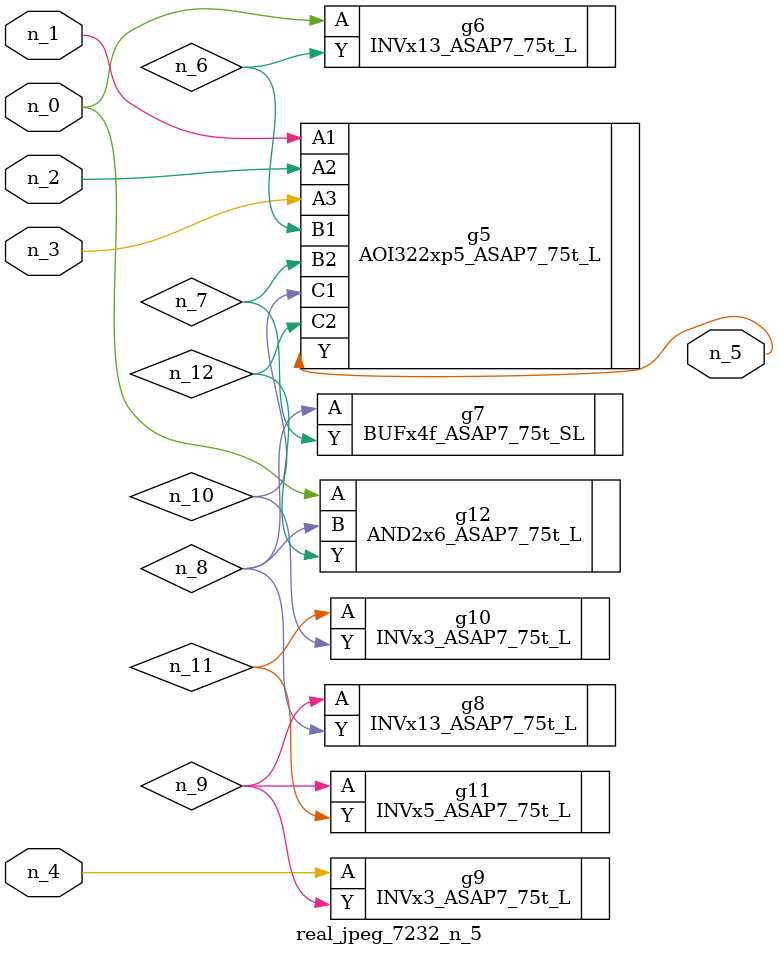
<source format=v>
module real_jpeg_7232_n_5 (n_4, n_0, n_1, n_2, n_3, n_5);

input n_4;
input n_0;
input n_1;
input n_2;
input n_3;

output n_5;

wire n_12;
wire n_8;
wire n_11;
wire n_6;
wire n_7;
wire n_10;
wire n_9;

INVx13_ASAP7_75t_L g6 ( 
.A(n_0),
.Y(n_6)
);

AND2x6_ASAP7_75t_L g12 ( 
.A(n_0),
.B(n_8),
.Y(n_12)
);

AOI322xp5_ASAP7_75t_L g5 ( 
.A1(n_1),
.A2(n_2),
.A3(n_3),
.B1(n_6),
.B2(n_7),
.C1(n_10),
.C2(n_12),
.Y(n_5)
);

INVx3_ASAP7_75t_L g9 ( 
.A(n_4),
.Y(n_9)
);

BUFx4f_ASAP7_75t_SL g7 ( 
.A(n_8),
.Y(n_7)
);

INVx13_ASAP7_75t_L g8 ( 
.A(n_9),
.Y(n_8)
);

INVx5_ASAP7_75t_L g11 ( 
.A(n_9),
.Y(n_11)
);

INVx3_ASAP7_75t_L g10 ( 
.A(n_11),
.Y(n_10)
);


endmodule
</source>
